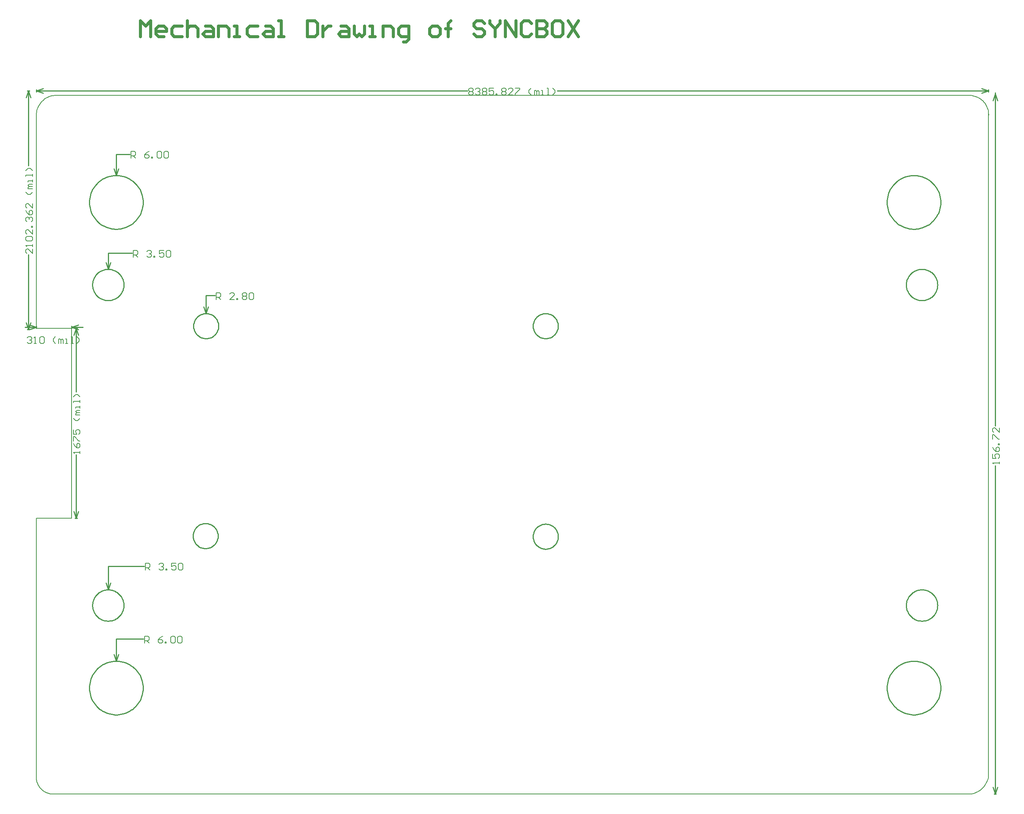
<source format=gbr>
%FSTAX23Y23*%
%MOIN*%
%SFA1B1*%

%IPPOS*%
%ADD196C,0.006000*%
%ADD204C,0.010000*%
%ADD311C,0.027559*%
%LNsyncbox_mechanical_2-1*%
%LPD*%
G54D196*
X00175Y06157D02*
D01*
X00162Y06156*
X0015Y06155*
X00138Y06153*
X00126Y0615*
X00114Y06146*
X00103Y06141*
X00092Y06136*
X00081Y0613*
X00071Y06123*
X00062Y06115*
X00052Y06107*
X00044Y06098*
X00036Y06088*
X00029Y06078*
X00022Y06068*
X00017Y06057*
X00012Y06046*
X00008Y06034*
X00004Y06022*
X00002Y0601*
X0Y05998*
X0Y05986*
X0Y0598*
Y00149D02*
D01*
X0Y00139*
X00001Y00128*
X00003Y00118*
X00005Y00108*
X00009Y00098*
X00012Y00088*
X00017Y00079*
X00022Y0007*
X00028Y00061*
X00035Y00053*
X00042Y00045*
X00049Y00038*
X00057Y00031*
X00066Y00025*
X00074Y0002*
X00084Y00015*
X00093Y0001*
X00103Y00007*
X00113Y00004*
X00123Y00002*
X00134Y0*
X00144Y0*
X00149Y0*
X082D02*
D01*
X08212Y0*
X08225Y00001*
X08237Y00002*
X08249Y00005*
X08262Y00009*
X08273Y00013*
X08285Y00018*
X08296Y00024*
X08307Y00031*
X08317Y00038*
X08326Y00046*
X08335Y00055*
X08344Y00065*
X08351Y00075*
X08358Y00085*
X08365Y00096*
X0837Y00107*
X08375Y00119*
X08379Y00131*
X08382Y00143*
X08384Y00156*
X08385Y00168*
X08385Y00175*
Y05975D02*
D01*
X08386Y05987*
X08385Y05998*
X08384Y0601*
X08382Y06022*
X08379Y06034*
X08375Y06045*
X0837Y06056*
X08365Y06067*
X08359Y06077*
X08352Y06087*
X08345Y06097*
X08337Y06106*
X08328Y06114*
X08319Y06122*
X08309Y06129*
X08299Y06135*
X08288Y0614*
X08277Y06145*
X08266Y06149*
X08254Y06152*
X08242Y06155*
X0823Y06156*
X08225Y06157*
X0Y04105D02*
Y05995D01*
Y0015D02*
Y01611D01*
Y00149D02*
Y00175D01*
X00149Y0D02*
X08215D01*
X08385Y0017D02*
Y05999D01*
X00162Y06157D02*
X08227D01*
X0Y04105D02*
X0031D01*
Y0243D02*
Y04105D01*
X0Y0243D02*
X0031D01*
X0Y0015D02*
Y0243D01*
X03807Y0621D02*
X03817Y0622D01*
X03837*
X03847Y0621*
Y062*
X03837Y0619*
X03847Y0618*
Y0617*
X03837Y0616*
X03817*
X03807Y0617*
Y0618*
X03817Y0619*
X03807Y062*
Y0621*
X03817Y0619D02*
X03837D01*
X03867Y0621D02*
X03877Y0622D01*
X03897*
X03907Y0621*
Y062*
X03897Y0619*
X03887*
X03897*
X03907Y0618*
Y0617*
X03897Y0616*
X03877*
X03867Y0617*
X03926Y0621D02*
X03936Y0622D01*
X03956*
X03966Y0621*
Y062*
X03956Y0619*
X03966Y0618*
Y0617*
X03956Y0616*
X03936*
X03926Y0617*
Y0618*
X03936Y0619*
X03926Y062*
Y0621*
X03936Y0619D02*
X03956D01*
X04026Y0622D02*
X03986D01*
Y0619*
X04006Y062*
X04016*
X04026Y0619*
Y0617*
X04016Y0616*
X03996*
X03986Y0617*
X04046Y0616D02*
Y0617D01*
X04056*
Y0616*
X04046*
X04096Y0621D02*
X04106Y0622D01*
X04126*
X04136Y0621*
Y062*
X04126Y0619*
X04136Y0618*
Y0617*
X04126Y0616*
X04106*
X04096Y0617*
Y0618*
X04106Y0619*
X04096Y062*
Y0621*
X04106Y0619D02*
X04126D01*
X04196Y0616D02*
X04156D01*
X04196Y062*
Y0621*
X04186Y0622*
X04166*
X04156Y0621*
X04216Y0622D02*
X04256D01*
Y0621*
X04216Y0617*
Y0616*
X04356D02*
X04336Y0618D01*
Y062*
X04356Y0622*
X04386Y0616D02*
Y062D01*
X04396*
X04406Y0619*
Y0616*
Y0619*
X04416Y062*
X04426Y0619*
Y0616*
X04446D02*
X04466D01*
X04456*
Y062*
X04446*
X04496Y0616D02*
X04516D01*
X04506*
Y0622*
X04496*
X04546Y0616D02*
X04566Y0618D01*
Y062*
X04546Y0622*
X-00034Y04804D02*
Y04764D01*
X-00074Y04804*
X-00084*
X-00094Y04794*
Y04774*
X-00084Y04764*
X-00034Y04824D02*
Y04844D01*
Y04834*
X-00094*
X-00084Y04824*
Y04874D02*
X-00094Y04884D01*
Y04904*
X-00084Y04914*
X-00044*
X-00034Y04904*
Y04884*
X-00044Y04874*
X-00084*
X-00034Y04974D02*
Y04934D01*
X-00074Y04974*
X-00084*
X-00094Y04964*
Y04944*
X-00084Y04934*
X-00034Y04994D02*
X-00044D01*
Y05004*
X-00034*
Y04994*
X-00084Y05044D02*
X-00094Y05054D01*
Y05074*
X-00084Y05084*
X-00074*
X-00064Y05074*
Y05064*
Y05074*
X-00054Y05084*
X-00044*
X-00034Y05074*
Y05054*
X-00044Y05044*
X-00094Y05144D02*
X-00084Y05124D01*
X-00064Y05104*
X-00044*
X-00034Y05114*
Y05134*
X-00044Y05144*
X-00054*
X-00064Y05134*
Y05104*
X-00034Y05204D02*
Y05164D01*
X-00074Y05204*
X-00084*
X-00094Y05194*
Y05174*
X-00084Y05164*
X-00034Y05304D02*
X-00054Y05284D01*
X-00074*
X-00094Y05304*
X-00034Y05334D02*
X-00074D01*
Y05344*
X-00064Y05354*
X-00034*
X-00064*
X-00074Y05364*
X-00064Y05374*
X-00034*
Y05394D02*
Y05414D01*
Y05404*
X-00074*
Y05394*
X-00034Y05444D02*
Y05464D01*
Y05454*
X-00094*
Y05444*
X-00034Y05494D02*
X-00054Y05514D01*
X-00074*
X-00094Y05494*
X00385Y03001D02*
Y03021D01*
Y03011*
X00326*
X00336Y03001*
X00326Y03091D02*
X00336Y03071D01*
X00356Y03051*
X00375*
X00385Y03061*
Y03081*
X00375Y03091*
X00365*
X00356Y03081*
Y03051*
X00326Y03111D02*
Y03151D01*
X00336*
X00375Y03111*
X00385*
X00326Y03211D02*
Y03171D01*
X00356*
X00346Y03191*
Y03201*
X00356Y03211*
X00375*
X00385Y03201*
Y03181*
X00375Y03171*
X00385Y03311D02*
X00365Y03291D01*
X00346*
X00326Y03311*
X00385Y03341D02*
X00346D01*
Y03351*
X00356Y03361*
X00385*
X00356*
X00346Y03371*
X00356Y03381*
X00385*
Y03401D02*
Y03421D01*
Y03411*
X00346*
Y03401*
X00385Y03451D02*
Y03471D01*
Y03461*
X00326*
Y03451*
X00385Y03501D02*
X00365Y03521D01*
X00346*
X00326Y03501*
X-0008Y04021D02*
X-0007Y04031D01*
X-0005*
X-0004Y04021*
Y04011*
X-0005Y04001*
X-0006*
X-0005*
X-0004Y03991*
Y03981*
X-0005Y03971*
X-0007*
X-0008Y03981*
X-0002Y03971D02*
X0D01*
X-0001*
Y04031*
X-0002Y04021*
X00029D02*
X00039Y04031D01*
X00059*
X00069Y04021*
Y03981*
X00059Y03971*
X00039*
X00029Y03981*
Y04021*
X00168Y03971D02*
X00149Y03991D01*
Y04011*
X00168Y04031*
X00198Y03971D02*
Y04011D01*
X00208*
X00218Y04001*
Y03971*
Y04001*
X00228Y04011*
X00238Y04001*
Y03971*
X00258D02*
X00278D01*
X00268*
Y04011*
X00258*
X00308Y03971D02*
X00328D01*
X00318*
Y04031*
X00308*
X00358Y03971D02*
X00378Y03991D01*
Y04011*
X00358Y04031*
X0848Y0291D02*
Y02929D01*
Y02919*
X0842*
X0843Y0291*
X0842Y02999D02*
Y02959D01*
X0845*
X0844Y02979*
Y02989*
X0845Y02999*
X0847*
X0848Y02989*
Y02969*
X0847Y02959*
X0842Y03059D02*
X0843Y03039D01*
X0845Y03019*
X0847*
X0848Y03029*
Y03049*
X0847Y03059*
X0846*
X0845Y03049*
Y03019*
X0848Y03079D02*
X0847D01*
Y03089*
X0848*
Y03079*
X0842Y03129D02*
Y03169D01*
X0843*
X0847Y03129*
X0848*
Y03229D02*
Y03189D01*
X0844Y03229*
X0843*
X0842Y03219*
Y03199*
X0843Y03189*
X00835Y05603D02*
Y05663D01*
X00865*
X00875Y05653*
Y05633*
X00865Y05623*
X00835*
X00855D02*
X00875Y05603D01*
X00995Y05663D02*
X00975Y05653D01*
X00955Y05633*
Y05613*
X00965Y05603*
X00985*
X00995Y05613*
Y05623*
X00985Y05633*
X00955*
X01015Y05603D02*
Y05613D01*
X01025*
Y05603*
X01015*
X01065Y05653D02*
X01074Y05663D01*
X01094*
X01104Y05653*
Y05613*
X01094Y05603*
X01074*
X01065Y05613*
Y05653*
X01124D02*
X01134Y05663D01*
X01154*
X01164Y05653*
Y05613*
X01154Y05603*
X01134*
X01124Y05613*
Y05653*
X00855Y04731D02*
Y04791D01*
X00885*
X00895Y04781*
Y04761*
X00885Y04751*
X00855*
X00875D02*
X00895Y04731D01*
X00975Y04781D02*
X00985Y04791D01*
X01005*
X01015Y04781*
Y04771*
X01005Y04761*
X00995*
X01005*
X01015Y04751*
Y04741*
X01005Y04731*
X00985*
X00975Y04741*
X01035Y04731D02*
Y04741D01*
X01045*
Y04731*
X01035*
X01125Y04791D02*
X01085D01*
Y04761*
X01105Y04771*
X01115*
X01125Y04761*
Y04741*
X01115Y04731*
X01095*
X01085Y04741*
X01145Y04781D02*
X01155Y04791D01*
X01175*
X01185Y04781*
Y04741*
X01175Y04731*
X01155*
X01145Y04741*
Y04781*
X0096Y01973D02*
Y02033D01*
X0099*
X01Y02023*
Y02003*
X0099Y01993*
X0096*
X0098D02*
X01Y01973D01*
X0108Y02023D02*
X0109Y02033D01*
X0111*
X0112Y02023*
Y02013*
X0111Y02003*
X011*
X0111*
X0112Y01993*
Y01983*
X0111Y01973*
X0109*
X0108Y01983*
X0114Y01973D02*
Y01983D01*
X0115*
Y01973*
X0114*
X0123Y02033D02*
X0119D01*
Y02003*
X0121Y02013*
X0122*
X0123Y02003*
Y01983*
X0122Y01973*
X012*
X0119Y01983*
X0125Y02023D02*
X0126Y02033D01*
X0128*
X0129Y02023*
Y01983*
X0128Y01973*
X0126*
X0125Y01983*
Y02023*
X00955Y0133D02*
Y0139D01*
X00985*
X00995Y0138*
Y0136*
X00985Y0135*
X00955*
X00975D02*
X00995Y0133D01*
X01115Y0139D02*
X01095Y0138D01*
X01075Y0136*
Y0134*
X01085Y0133*
X01105*
X01115Y0134*
Y0135*
X01105Y0136*
X01075*
X01135Y0133D02*
Y0134D01*
X01145*
Y0133*
X01135*
X01185Y0138D02*
X01195Y0139D01*
X01215*
X01225Y0138*
Y0134*
X01215Y0133*
X01195*
X01185Y0134*
Y0138*
X01245D02*
X01255Y0139D01*
X01275*
X01285Y0138*
Y0134*
X01275Y0133*
X01255*
X01245Y0134*
Y0138*
X01585Y04359D02*
Y04419D01*
X01614*
X01624Y04409*
Y04389*
X01614Y04379*
X01585*
X01604D02*
X01624Y04359D01*
X01744D02*
X01704D01*
X01744Y04399*
Y04409*
X01734Y04419*
X01714*
X01704Y04409*
X01764Y04359D02*
Y04369D01*
X01774*
Y04359*
X01764*
X01814Y04409D02*
X01824Y04419D01*
X01844*
X01854Y04409*
Y04399*
X01844Y04389*
X01854Y04379*
Y04369*
X01844Y04359*
X01824*
X01814Y04369*
Y04379*
X01824Y04389*
X01814Y04399*
Y04409*
X01824Y04389D02*
X01844D01*
X01874Y04409D02*
X01884Y04419D01*
X01904*
X01914Y04409*
Y04369*
X01904Y04359*
X01884*
X01874Y04369*
Y04409*
G54D204*
X00939Y05215D02*
D01*
X00939Y05232*
X00937Y05248*
X00934Y05264*
X0093Y0528*
X00925Y05296*
X00919Y05311*
X00912Y05326*
X00904Y0534*
X00894Y05354*
X00884Y05367*
X00873Y05379*
X00861Y05391*
X00849Y05401*
X00835Y05411*
X00821Y0542*
X00807Y05427*
X00792Y05434*
X00776Y0544*
X0076Y05444*
X00744Y05448*
X00728Y0545*
X00711Y05451*
X00695*
X00679Y0545*
X00662Y05448*
X00646Y05444*
X0063Y0544*
X00615Y05434*
X006Y05427*
X00585Y0542*
X00571Y05411*
X00558Y05401*
X00545Y05391*
X00533Y05379*
X00522Y05367*
X00512Y05354*
X00503Y0534*
X00495Y05326*
X00487Y05311*
X00481Y05296*
X00476Y0528*
X00472Y05264*
X00469Y05248*
X00468Y05232*
X00467Y05215*
X00468Y05199*
X00469Y05182*
X00472Y05166*
X00476Y0515*
X00481Y05134*
X00487Y05119*
X00495Y05104*
X00503Y0509*
X00512Y05076*
X00522Y05063*
X00533Y05051*
X00545Y0504*
X00558Y05029*
X00571Y05019*
X00585Y0501*
X006Y05003*
X00615Y04996*
X0063Y0499*
X00646Y04986*
X00662Y04982*
X00679Y0498*
X00695Y04979*
X00711*
X00728Y0498*
X00744Y04982*
X0076Y04986*
X00776Y0499*
X00792Y04996*
X00807Y05003*
X00821Y0501*
X00835Y05019*
X00849Y05029*
X00861Y0504*
X00873Y05051*
X00884Y05063*
X00894Y05076*
X00904Y0509*
X00912Y05104*
X00919Y05119*
X00925Y05134*
X0093Y0515*
X00934Y05166*
X00937Y05182*
X00939Y05199*
X00939Y05215*
X0077Y04488D02*
D01*
X0077Y04497*
X00769Y04507*
X00767Y04516*
X00765Y04526*
X00762Y04535*
X00758Y04544*
X00754Y04552*
X00749Y04561*
X00744Y04569*
X00738Y04576*
X00731Y04583*
X00725Y0459*
X00717Y04596*
X00709Y04602*
X00701Y04607*
X00693Y04612*
X00684Y04615*
X00675Y04619*
X00666Y04621*
X00656Y04623*
X00647Y04625*
X00637Y04625*
X00628*
X00618Y04625*
X00608Y04623*
X00599Y04621*
X0059Y04619*
X00581Y04615*
X00572Y04612*
X00563Y04607*
X00555Y04602*
X00548Y04596*
X0054Y0459*
X00533Y04583*
X00527Y04576*
X00521Y04569*
X00516Y04561*
X00511Y04552*
X00506Y04544*
X00503Y04535*
X005Y04526*
X00498Y04516*
X00496Y04507*
X00495Y04497*
X00495Y04488*
X00495Y04478*
X00496Y04469*
X00498Y04459*
X005Y0445*
X00503Y04441*
X00506Y04432*
X00511Y04423*
X00516Y04415*
X00521Y04407*
X00527Y04399*
X00533Y04392*
X0054Y04385*
X00548Y04379*
X00555Y04373*
X00563Y04368*
X00572Y04364*
X00581Y0436*
X0059Y04357*
X00599Y04354*
X00608Y04352*
X00618Y04351*
X00628Y0435*
X00637*
X00647Y04351*
X00656Y04352*
X00666Y04354*
X00675Y04357*
X00684Y0436*
X00693Y04364*
X00701Y04368*
X00709Y04373*
X00717Y04379*
X00725Y04385*
X00731Y04392*
X00738Y04399*
X00744Y04407*
X00749Y04415*
X00754Y04423*
X00758Y04432*
X00762Y04441*
X00765Y0445*
X00767Y04459*
X00769Y04469*
X0077Y04478*
X0077Y04488*
X01605Y04125D02*
D01*
X01604Y04132*
X01604Y0414*
X01602Y04147*
X016Y04155*
X01598Y04162*
X01595Y04169*
X01592Y04176*
X01588Y04183*
X01584Y04189*
X01579Y04195*
X01574Y04201*
X01568Y04206*
X01562Y04211*
X01556Y04216*
X0155Y0422*
X01543Y04224*
X01536Y04227*
X01529Y04229*
X01521Y04231*
X01514Y04233*
X01506Y04234*
X01498Y04235*
X01491*
X01483Y04234*
X01475Y04233*
X01468Y04231*
X0146Y04229*
X01453Y04227*
X01446Y04224*
X01439Y0422*
X01433Y04216*
X01427Y04211*
X01421Y04206*
X01415Y04201*
X0141Y04195*
X01405Y04189*
X01401Y04183*
X01397Y04176*
X01394Y04169*
X01391Y04162*
X01389Y04155*
X01387Y04147*
X01385Y0414*
X01385Y04132*
X01384Y04125*
X01385Y04117*
X01385Y04109*
X01387Y04102*
X01389Y04094*
X01391Y04087*
X01394Y0408*
X01397Y04073*
X01401Y04066*
X01405Y0406*
X0141Y04054*
X01415Y04048*
X01421Y04043*
X01427Y04038*
X01433Y04033*
X01439Y04029*
X01446Y04025*
X01453Y04022*
X0146Y0402*
X01468Y04018*
X01475Y04016*
X01483Y04015*
X01491Y04014*
X01498*
X01506Y04015*
X01514Y04016*
X01521Y04018*
X01529Y0402*
X01536Y04022*
X01543Y04025*
X0155Y04029*
X01556Y04033*
X01562Y04038*
X01568Y04043*
X01574Y04048*
X01579Y04054*
X01584Y0406*
X01588Y04066*
X01592Y04073*
X01595Y0408*
X01598Y04087*
X016Y04094*
X01602Y04102*
X01604Y04109*
X01604Y04117*
X01605Y04125*
X04595D02*
D01*
X04594Y04132*
X04594Y0414*
X04592Y04147*
X0459Y04155*
X04588Y04162*
X04585Y04169*
X04582Y04176*
X04578Y04183*
X04574Y04189*
X04569Y04195*
X04564Y04201*
X04558Y04206*
X04552Y04211*
X04546Y04216*
X0454Y0422*
X04533Y04224*
X04526Y04227*
X04519Y04229*
X04511Y04231*
X04504Y04233*
X04496Y04234*
X04488Y04235*
X04481*
X04473Y04234*
X04465Y04233*
X04458Y04231*
X0445Y04229*
X04443Y04227*
X04436Y04224*
X04429Y0422*
X04423Y04216*
X04417Y04211*
X04411Y04206*
X04405Y04201*
X044Y04195*
X04395Y04189*
X04391Y04183*
X04387Y04176*
X04384Y04169*
X04381Y04162*
X04379Y04155*
X04377Y04147*
X04375Y0414*
X04375Y04132*
X04374Y04125*
X04375Y04117*
X04375Y04109*
X04377Y04102*
X04379Y04094*
X04381Y04087*
X04384Y0408*
X04387Y04073*
X04391Y04066*
X04395Y0406*
X044Y04054*
X04405Y04048*
X04411Y04043*
X04417Y04038*
X04423Y04033*
X04429Y04029*
X04436Y04025*
X04443Y04022*
X0445Y0402*
X04458Y04018*
X04465Y04016*
X04473Y04015*
X04481Y04014*
X04488*
X04496Y04015*
X04504Y04016*
X04511Y04018*
X04519Y0402*
X04526Y04022*
X04533Y04025*
X0454Y04029*
X04546Y04033*
X04552Y04038*
X04558Y04043*
X04564Y04048*
X04569Y04054*
X04574Y0406*
X04578Y04066*
X04582Y04073*
X04585Y0408*
X04588Y04087*
X0459Y04094*
X04592Y04102*
X04594Y04109*
X04594Y04117*
X04595Y04125*
X016Y02275D02*
D01*
X01599Y02282*
X01599Y0229*
X01597Y02297*
X01595Y02305*
X01593Y02312*
X0159Y02319*
X01587Y02326*
X01583Y02333*
X01579Y02339*
X01574Y02345*
X01569Y02351*
X01563Y02356*
X01557Y02361*
X01551Y02366*
X01545Y0237*
X01538Y02374*
X01531Y02377*
X01524Y02379*
X01516Y02381*
X01509Y02383*
X01501Y02384*
X01493Y02385*
X01486*
X01478Y02384*
X0147Y02383*
X01463Y02381*
X01455Y02379*
X01448Y02377*
X01441Y02374*
X01434Y0237*
X01428Y02366*
X01422Y02361*
X01416Y02356*
X0141Y02351*
X01405Y02345*
X014Y02339*
X01396Y02333*
X01392Y02326*
X01389Y02319*
X01386Y02312*
X01384Y02305*
X01382Y02297*
X0138Y0229*
X0138Y02282*
X01379Y02275*
X0138Y02267*
X0138Y02259*
X01382Y02252*
X01384Y02244*
X01386Y02237*
X01389Y0223*
X01392Y02223*
X01396Y02216*
X014Y0221*
X01405Y02204*
X0141Y02198*
X01416Y02193*
X01422Y02188*
X01428Y02183*
X01434Y02179*
X01441Y02175*
X01448Y02172*
X01455Y0217*
X01463Y02168*
X0147Y02166*
X01478Y02165*
X01486Y02164*
X01493*
X01501Y02165*
X01509Y02166*
X01516Y02168*
X01524Y0217*
X01531Y02172*
X01538Y02175*
X01545Y02179*
X01551Y02183*
X01557Y02188*
X01563Y02193*
X01569Y02198*
X01574Y02204*
X01579Y0221*
X01583Y02216*
X01587Y02223*
X0159Y0223*
X01593Y02237*
X01595Y02244*
X01597Y02252*
X01599Y02259*
X01599Y02267*
X016Y02275*
X04595Y0227D02*
D01*
X04594Y02277*
X04594Y02285*
X04592Y02292*
X0459Y023*
X04588Y02307*
X04585Y02314*
X04582Y02321*
X04578Y02328*
X04574Y02334*
X04569Y0234*
X04564Y02346*
X04558Y02351*
X04552Y02356*
X04546Y02361*
X0454Y02365*
X04533Y02369*
X04526Y02372*
X04519Y02374*
X04511Y02376*
X04504Y02378*
X04496Y02379*
X04488Y0238*
X04481*
X04473Y02379*
X04465Y02378*
X04458Y02376*
X0445Y02374*
X04443Y02372*
X04436Y02369*
X04429Y02365*
X04423Y02361*
X04417Y02356*
X04411Y02351*
X04405Y02346*
X044Y0234*
X04395Y02334*
X04391Y02328*
X04387Y02321*
X04384Y02314*
X04381Y02307*
X04379Y023*
X04377Y02292*
X04375Y02285*
X04375Y02277*
X04374Y0227*
X04375Y02262*
X04375Y02254*
X04377Y02247*
X04379Y02239*
X04381Y02232*
X04384Y02225*
X04387Y02218*
X04391Y02211*
X04395Y02205*
X044Y02199*
X04405Y02193*
X04411Y02188*
X04417Y02183*
X04423Y02178*
X04429Y02174*
X04436Y0217*
X04443Y02167*
X0445Y02165*
X04458Y02163*
X04465Y02161*
X04473Y0216*
X04481Y02159*
X04488*
X04496Y0216*
X04504Y02161*
X04511Y02163*
X04519Y02165*
X04526Y02167*
X04533Y0217*
X0454Y02174*
X04546Y02178*
X04552Y02183*
X04558Y02188*
X04564Y02193*
X04569Y02199*
X04574Y02205*
X04578Y02211*
X04582Y02218*
X04585Y02225*
X04588Y02232*
X0459Y02239*
X04592Y02247*
X04594Y02254*
X04594Y02262*
X04595Y0227*
X00939Y00936D02*
D01*
X00939Y00952*
X00937Y00968*
X00934Y00985*
X0093Y01001*
X00925Y01016*
X00919Y01032*
X00912Y01046*
X00904Y01061*
X00894Y01074*
X00884Y01087*
X00873Y011*
X00861Y01111*
X00849Y01122*
X00835Y01131*
X00821Y0114*
X00807Y01148*
X00792Y01155*
X00776Y0116*
X0076Y01165*
X00744Y01168*
X00728Y0117*
X00711Y01172*
X00695*
X00679Y0117*
X00662Y01168*
X00646Y01165*
X0063Y0116*
X00615Y01155*
X006Y01148*
X00585Y0114*
X00571Y01131*
X00558Y01122*
X00545Y01111*
X00533Y011*
X00522Y01087*
X00512Y01074*
X00503Y01061*
X00495Y01046*
X00487Y01032*
X00481Y01016*
X00476Y01001*
X00472Y00985*
X00469Y00968*
X00468Y00952*
X00467Y00936*
X00468Y00919*
X00469Y00903*
X00472Y00886*
X00476Y0087*
X00481Y00855*
X00487Y00839*
X00495Y00825*
X00503Y0081*
X00512Y00797*
X00522Y00784*
X00533Y00771*
X00545Y0076*
X00558Y00749*
X00571Y0074*
X00585Y00731*
X006Y00723*
X00615Y00717*
X0063Y00711*
X00646Y00706*
X00662Y00703*
X00679Y00701*
X00695Y00699*
X00711*
X00728Y00701*
X00744Y00703*
X0076Y00706*
X00776Y00711*
X00792Y00717*
X00807Y00723*
X00821Y00731*
X00835Y0074*
X00849Y00749*
X00861Y0076*
X00873Y00771*
X00884Y00784*
X00894Y00797*
X00904Y0081*
X00912Y00825*
X00919Y00839*
X00925Y00855*
X0093Y0087*
X00934Y00886*
X00937Y00903*
X00939Y00919*
X00939Y00936*
X0077Y01663D02*
D01*
X0077Y01672*
X00769Y01682*
X00767Y01692*
X00765Y01701*
X00762Y0171*
X00758Y01719*
X00754Y01728*
X00749Y01736*
X00744Y01744*
X00738Y01751*
X00731Y01759*
X00725Y01765*
X00717Y01771*
X00709Y01777*
X00701Y01782*
X00693Y01787*
X00684Y01791*
X00675Y01794*
X00666Y01797*
X00656Y01799*
X00647Y018*
X00637Y01801*
X00628*
X00618Y018*
X00608Y01799*
X00599Y01797*
X0059Y01794*
X00581Y01791*
X00572Y01787*
X00563Y01782*
X00555Y01777*
X00548Y01771*
X0054Y01765*
X00533Y01759*
X00527Y01751*
X00521Y01744*
X00516Y01736*
X00511Y01728*
X00506Y01719*
X00503Y0171*
X005Y01701*
X00498Y01692*
X00496Y01682*
X00495Y01672*
X00495Y01663*
X00495Y01653*
X00496Y01644*
X00498Y01634*
X005Y01625*
X00503Y01616*
X00506Y01607*
X00511Y01598*
X00516Y0159*
X00521Y01582*
X00527Y01574*
X00533Y01567*
X0054Y0156*
X00548Y01554*
X00555Y01549*
X00563Y01544*
X00572Y01539*
X00581Y01535*
X0059Y01532*
X00599Y01529*
X00608Y01527*
X00618Y01526*
X00628Y01525*
X00637*
X00647Y01526*
X00656Y01527*
X00666Y01529*
X00675Y01532*
X00684Y01535*
X00693Y01539*
X00701Y01544*
X00709Y01549*
X00717Y01554*
X00725Y0156*
X00731Y01567*
X00738Y01574*
X00744Y01582*
X00749Y0159*
X00754Y01598*
X00758Y01607*
X00762Y01616*
X00765Y01625*
X00767Y01634*
X00769Y01644*
X0077Y01653*
X0077Y01663*
X07963Y00936D02*
D01*
X07963Y00952*
X07961Y00968*
X07958Y00985*
X07954Y01001*
X07949Y01016*
X07943Y01032*
X07935Y01046*
X07927Y01061*
X07918Y01074*
X07908Y01087*
X07897Y011*
X07885Y01111*
X07872Y01122*
X07859Y01131*
X07845Y0114*
X0783Y01148*
X07815Y01155*
X078Y0116*
X07784Y01165*
X07768Y01168*
X07752Y0117*
X07735Y01172*
X07719*
X07702Y0117*
X07686Y01168*
X0767Y01165*
X07654Y0116*
X07638Y01155*
X07623Y01148*
X07609Y0114*
X07595Y01131*
X07581Y01122*
X07569Y01111*
X07557Y011*
X07546Y01087*
X07536Y01074*
X07527Y01061*
X07518Y01046*
X07511Y01032*
X07505Y01016*
X075Y01001*
X07496Y00985*
X07493Y00968*
X07491Y00952*
X07491Y00936*
X07491Y00919*
X07493Y00903*
X07496Y00886*
X075Y0087*
X07505Y00855*
X07511Y00839*
X07518Y00825*
X07527Y0081*
X07536Y00797*
X07546Y00784*
X07557Y00771*
X07569Y0076*
X07581Y00749*
X07595Y0074*
X07609Y00731*
X07623Y00723*
X07638Y00717*
X07654Y00711*
X0767Y00706*
X07686Y00703*
X07702Y00701*
X07719Y00699*
X07735*
X07752Y00701*
X07768Y00703*
X07784Y00706*
X078Y00711*
X07815Y00717*
X0783Y00723*
X07845Y00731*
X07859Y0074*
X07872Y00749*
X07885Y0076*
X07897Y00771*
X07908Y00784*
X07918Y00797*
X07927Y0081*
X07935Y00825*
X07943Y00839*
X07949Y00855*
X07954Y0087*
X07958Y00886*
X07961Y00903*
X07963Y00919*
X07963Y00936*
X07936Y01663D02*
D01*
X07935Y01672*
X07934Y01682*
X07933Y01692*
X0793Y01701*
X07927Y0171*
X07924Y01719*
X07919Y01728*
X07915Y01736*
X07909Y01744*
X07903Y01751*
X07897Y01759*
X0789Y01765*
X07883Y01771*
X07875Y01777*
X07867Y01782*
X07858Y01787*
X07849Y01791*
X0784Y01794*
X07831Y01797*
X07822Y01799*
X07812Y018*
X07803Y01801*
X07793*
X07783Y018*
X07774Y01799*
X07764Y01797*
X07755Y01794*
X07746Y01791*
X07737Y01787*
X07729Y01782*
X07721Y01777*
X07713Y01771*
X07706Y01765*
X07699Y01759*
X07692Y01751*
X07686Y01744*
X07681Y01736*
X07676Y01728*
X07672Y01719*
X07668Y0171*
X07665Y01701*
X07663Y01692*
X07661Y01682*
X0766Y01672*
X0766Y01663*
X0766Y01653*
X07661Y01644*
X07663Y01634*
X07665Y01625*
X07668Y01616*
X07672Y01607*
X07676Y01598*
X07681Y0159*
X07686Y01582*
X07692Y01574*
X07699Y01567*
X07706Y0156*
X07713Y01554*
X07721Y01549*
X07729Y01544*
X07737Y01539*
X07746Y01535*
X07755Y01532*
X07764Y01529*
X07774Y01527*
X07783Y01526*
X07793Y01525*
X07803*
X07812Y01526*
X07822Y01527*
X07831Y01529*
X0784Y01532*
X07849Y01535*
X07858Y01539*
X07867Y01544*
X07875Y01549*
X07883Y01554*
X0789Y0156*
X07897Y01567*
X07903Y01574*
X07909Y01582*
X07915Y0159*
X07919Y01598*
X07924Y01607*
X07927Y01616*
X0793Y01625*
X07933Y01634*
X07934Y01644*
X07935Y01653*
X07936Y01663*
Y04488D02*
D01*
X07935Y04497*
X07934Y04507*
X07933Y04516*
X0793Y04526*
X07927Y04535*
X07924Y04544*
X07919Y04552*
X07915Y04561*
X07909Y04569*
X07903Y04576*
X07897Y04583*
X0789Y0459*
X07883Y04596*
X07875Y04602*
X07867Y04607*
X07858Y04612*
X07849Y04615*
X0784Y04619*
X07831Y04621*
X07822Y04623*
X07812Y04625*
X07803Y04625*
X07793*
X07783Y04625*
X07774Y04623*
X07764Y04621*
X07755Y04619*
X07746Y04615*
X07737Y04612*
X07729Y04607*
X07721Y04602*
X07713Y04596*
X07706Y0459*
X07699Y04583*
X07692Y04576*
X07686Y04569*
X07681Y04561*
X07676Y04552*
X07672Y04544*
X07668Y04535*
X07665Y04526*
X07663Y04516*
X07661Y04507*
X0766Y04497*
X0766Y04488*
X0766Y04478*
X07661Y04469*
X07663Y04459*
X07665Y0445*
X07668Y04441*
X07672Y04432*
X07676Y04423*
X07681Y04415*
X07686Y04407*
X07692Y04399*
X07699Y04392*
X07706Y04385*
X07713Y04379*
X07721Y04373*
X07729Y04368*
X07737Y04364*
X07746Y0436*
X07755Y04357*
X07764Y04354*
X07774Y04352*
X07783Y04351*
X07793Y0435*
X07803*
X07812Y04351*
X07822Y04352*
X07831Y04354*
X0784Y04357*
X07849Y0436*
X07858Y04364*
X07867Y04368*
X07875Y04373*
X07883Y04379*
X0789Y04385*
X07897Y04392*
X07903Y04399*
X07909Y04407*
X07915Y04415*
X07919Y04423*
X07924Y04432*
X07927Y04441*
X0793Y0445*
X07933Y04459*
X07934Y04469*
X07935Y04478*
X07936Y04488*
X07963Y05215D02*
D01*
X07963Y05232*
X07961Y05248*
X07958Y05264*
X07954Y0528*
X07949Y05296*
X07943Y05311*
X07935Y05326*
X07927Y0534*
X07918Y05354*
X07908Y05367*
X07897Y05379*
X07885Y05391*
X07872Y05401*
X07859Y05411*
X07845Y0542*
X0783Y05427*
X07815Y05434*
X078Y0544*
X07784Y05444*
X07768Y05448*
X07752Y0545*
X07735Y05451*
X07719*
X07702Y0545*
X07686Y05448*
X0767Y05444*
X07654Y0544*
X07638Y05434*
X07623Y05427*
X07609Y0542*
X07595Y05411*
X07581Y05401*
X07569Y05391*
X07557Y05379*
X07546Y05367*
X07536Y05354*
X07527Y0534*
X07518Y05326*
X07511Y05311*
X07505Y05296*
X075Y0528*
X07496Y05264*
X07493Y05248*
X07491Y05232*
X07491Y05215*
X07491Y05199*
X07493Y05182*
X07496Y05166*
X075Y0515*
X07505Y05134*
X07511Y05119*
X07518Y05104*
X07527Y0509*
X07536Y05076*
X07546Y05063*
X07557Y05051*
X07569Y0504*
X07581Y05029*
X07595Y05019*
X07609Y0501*
X07623Y05003*
X07638Y04996*
X07654Y0499*
X0767Y04986*
X07686Y04982*
X07702Y0498*
X07719Y04979*
X07735*
X07752Y0498*
X07768Y04982*
X07784Y04986*
X078Y0499*
X07815Y04996*
X0783Y05003*
X07845Y0501*
X07859Y05019*
X07872Y05029*
X07885Y0504*
X07897Y05051*
X07908Y05063*
X07918Y05076*
X07927Y0509*
X07935Y05104*
X07943Y05119*
X07949Y05134*
X07954Y0515*
X07958Y05166*
X07961Y05182*
X07963Y05199*
X07963Y05215*
X08385Y06186D02*
Y06206D01*
X0Y06186D02*
Y06206D01*
X08325Y06176D02*
X08385Y06196D01*
X08325Y06216D02*
X08385Y06196D01*
X0D02*
X0006Y06176D01*
X0Y06196D02*
X0006Y06216D01*
X04588Y06196D02*
X08385D01*
X0D02*
X03797D01*
X-0008D02*
X-0006D01*
X-0008Y04094D02*
X-0006D01*
X-0007Y06196D02*
X-0005Y06136D01*
X-0009D02*
X-0007Y06196D01*
Y04094D02*
X-0005Y04154D01*
X-0009D02*
X-0007Y04094D01*
Y05536D02*
Y06196D01*
Y04094D02*
Y04754D01*
X0034Y04105D02*
X0036D01*
X0034Y0243D02*
X0036D01*
X0035Y04105D02*
X0037Y04045D01*
X0033D02*
X0035Y04105D01*
Y0243D02*
X0037Y0249D01*
X0033D02*
X0035Y0243D01*
Y03543D02*
Y04105D01*
Y0243D02*
Y02991D01*
X0031Y04105D02*
Y04125D01*
X0Y04105D02*
Y04125D01*
X0031Y04115D02*
X0037Y04095D01*
X0031Y04115D02*
X0037Y04135D01*
X-0006Y04095D02*
X0Y04115D01*
X-0006Y04135D02*
X0Y04115D01*
X0031D02*
X0041D01*
X-001D02*
X0D01*
X08424Y0006D02*
X08444Y0D01*
X08464Y0006*
X08444Y0617D02*
X08464Y0611D01*
X08424D02*
X08444Y0617D01*
Y0D02*
Y02894D01*
Y03245D02*
Y0617D01*
X08434Y0D02*
X08449D01*
X08444Y0616D02*
Y0618D01*
X00683Y05511D02*
X00703Y05451D01*
X00723Y05511*
X00703Y05451D02*
Y05639D01*
X00825*
X00612Y04685D02*
X00632Y04625D01*
X00652Y04685*
X00632Y04625D02*
Y04767D01*
X00845*
X00612Y01861D02*
X00632Y01801D01*
X00652Y01861*
X00632Y01801D02*
Y02009D01*
X0095*
X00683Y01232D02*
X00703Y01172D01*
X00723Y01232*
X00703Y01172D02*
Y01366D01*
X00945*
X01475Y04295D02*
X01495Y04235D01*
X01515Y04295*
X01495Y04235D02*
Y04395D01*
X01575*
G54D311*
X00917Y06675D02*
Y06813D01*
X00963Y06767*
X01008Y06813*
Y06675*
X01123D02*
X01077D01*
X01054Y06698*
Y06744*
X01077Y06767*
X01123*
X01146Y06744*
Y06721*
X01054*
X01284Y06767D02*
X01215D01*
X01192Y06744*
Y06698*
X01215Y06675*
X01284*
X0133Y06813D02*
Y06675D01*
Y06744*
X01353Y06767*
X01399*
X01422Y06744*
Y06675*
X01491Y06767D02*
X01537D01*
X0156Y06744*
Y06675*
X01491*
X01468Y06698*
X01491Y06721*
X0156*
X01605Y06675D02*
Y06767D01*
X01674*
X01697Y06744*
Y06675*
X01743D02*
X01789D01*
X01766*
Y06767*
X01743*
X0195D02*
X01881D01*
X01858Y06744*
Y06698*
X01881Y06675*
X0195*
X02019Y06767D02*
X02065D01*
X02088Y06744*
Y06675*
X02019*
X01996Y06698*
X02019Y06721*
X02088*
X02133Y06675D02*
X02179D01*
X02156*
Y06813*
X02133*
X02386D02*
Y06675D01*
X02455*
X02478Y06698*
Y0679*
X02455Y06813*
X02386*
X02524Y06767D02*
Y06675D01*
Y06721*
X02547Y06744*
X0257Y06767*
X02593*
X02684D02*
X0273D01*
X02753Y06744*
Y06675*
X02684*
X02662Y06698*
X02684Y06721*
X02753*
X02799Y06767D02*
Y06698D01*
X02822Y06675*
X02845Y06698*
X02868Y06675*
X02891Y06698*
Y06767*
X02937Y06675D02*
X02983D01*
X0296*
Y06767*
X02937*
X03052Y06675D02*
Y06767D01*
X03121*
X03144Y06744*
Y06675*
X03235Y06629D02*
X03258D01*
X03281Y06652*
Y06767*
X03213*
X0319Y06744*
Y06698*
X03213Y06675*
X03281*
X03488D02*
X03534D01*
X03557Y06698*
Y06744*
X03534Y06767*
X03488*
X03465Y06744*
Y06698*
X03488Y06675*
X03626D02*
Y0679D01*
Y06744*
X03603*
X03649*
X03626*
Y0679*
X03649Y06813*
X03947Y0679D02*
X03924Y06813D01*
X03878*
X03855Y0679*
Y06767*
X03878Y06744*
X03924*
X03947Y06721*
Y06698*
X03924Y06675*
X03878*
X03855Y06698*
X03993Y06813D02*
Y0679D01*
X04039Y06744*
X04085Y0679*
Y06813*
X04039Y06744D02*
Y06675D01*
X04131D02*
Y06813D01*
X04223Y06675*
Y06813*
X0436Y0679D02*
X04337Y06813D01*
X04292*
X04269Y0679*
Y06698*
X04292Y06675*
X04337*
X0436Y06698*
X04406Y06813D02*
Y06675D01*
X04475*
X04498Y06698*
Y06721*
X04475Y06744*
X04406*
X04475*
X04498Y06767*
Y0679*
X04475Y06813*
X04406*
X04613D02*
X04567D01*
X04544Y0679*
Y06698*
X04567Y06675*
X04613*
X04636Y06698*
Y0679*
X04613Y06813*
X04682D02*
X04774Y06675D01*
Y06813D02*
X04682Y06675D01*
M02*
</source>
